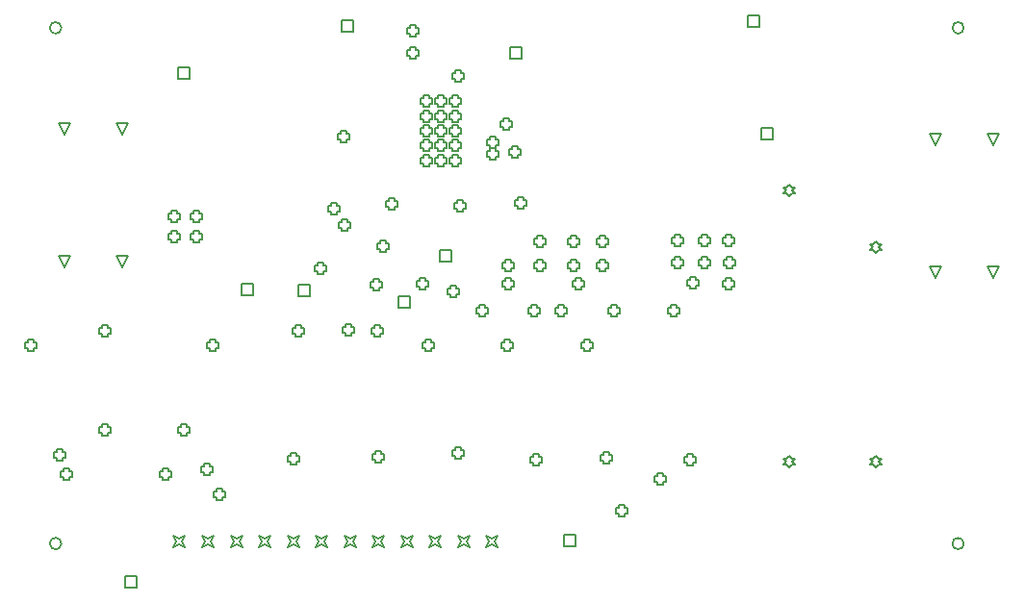
<source format=gbr>
%TF.GenerationSoftware,Altium Limited,Altium Designer,21.0.9 (235)*%
G04 Layer_Color=2752767*
%FSLAX45Y45*%
%MOMM*%
%TF.SameCoordinates,A479D27C-3FE7-47B0-89BC-BDD5A26E56ED*%
%TF.FilePolarity,Positive*%
%TF.FileFunction,Drawing*%
%TF.Part,Single*%
G01*
G75*
%TA.AperFunction,NonConductor*%
%ADD74C,0.12700*%
%ADD75C,0.16933*%
D74*
X5899200Y909200D02*
Y1010800D01*
X6000800D01*
Y909200D01*
X5899200D01*
X9680000Y4439184D02*
X9629200Y4540784D01*
X9730800D01*
X9680000Y4439184D01*
X9172000D02*
X9121200Y4540784D01*
X9222800D01*
X9172000Y4439184D01*
X2018001Y4529200D02*
X1967201Y4630800D01*
X2068801D01*
X2018001Y4529200D01*
X1510001D02*
X1459201Y4630800D01*
X1560801D01*
X1510001Y4529200D01*
X2018001Y3359200D02*
X1967201Y3460800D01*
X2068801D01*
X2018001Y3359200D01*
X1510001D02*
X1459201Y3460800D01*
X1560801D01*
X1510001Y3359200D01*
X9680000Y3269184D02*
X9629200Y3370784D01*
X9730800D01*
X9680000Y3269184D01*
X9172000D02*
X9121200Y3370784D01*
X9222800D01*
X9172000Y3269184D01*
X8642000Y1599200D02*
X8667400Y1624600D01*
X8692800D01*
X8667400Y1650000D01*
X8692800Y1675400D01*
X8667400D01*
X8642000Y1700800D01*
X8616600Y1675400D01*
X8591200D01*
X8616600Y1650000D01*
X8591200Y1624600D01*
X8616600D01*
X8642000Y1599200D01*
Y3489200D02*
X8667400Y3514600D01*
X8692800D01*
X8667400Y3540000D01*
X8692800Y3565400D01*
X8667400D01*
X8642000Y3590800D01*
X8616600Y3565400D01*
X8591200D01*
X8616600Y3540000D01*
X8591200Y3514600D01*
X8616600D01*
X8642000Y3489200D01*
X7880000Y3989200D02*
X7905400Y4014600D01*
X7930800D01*
X7905400Y4040000D01*
X7930800Y4065400D01*
X7905400D01*
X7880000Y4090800D01*
X7854600Y4065400D01*
X7829200D01*
X7854600Y4040000D01*
X7829200Y4014600D01*
X7854600D01*
X7880000Y3989200D01*
Y1599200D02*
X7905400Y1624600D01*
X7930800D01*
X7905400Y1650000D01*
X7930800Y1675400D01*
X7905400D01*
X7880000Y1700800D01*
X7854600Y1675400D01*
X7829200D01*
X7854600Y1650000D01*
X7829200Y1624600D01*
X7854600D01*
X7880000Y1599200D01*
X7639200Y4489200D02*
Y4590800D01*
X7740800D01*
Y4489200D01*
X7639200D01*
X2509200Y5019200D02*
Y5120800D01*
X2610800D01*
Y5019200D01*
X2509200D01*
X3069200Y3119200D02*
Y3220800D01*
X3170800D01*
Y3119200D01*
X3069200D01*
X4449200Y3009200D02*
Y3110800D01*
X4550800D01*
Y3009200D01*
X4449200D01*
X3569200Y3109200D02*
Y3210800D01*
X3670800D01*
Y3109200D01*
X3569200D01*
X7519200Y5479200D02*
Y5580800D01*
X7620800D01*
Y5479200D01*
X7519200D01*
X4969200Y899200D02*
X4994600Y950000D01*
X4969200Y1000800D01*
X5020000Y975400D01*
X5070800Y1000800D01*
X5045400Y950000D01*
X5070800Y899200D01*
X5020000Y924600D01*
X4969200Y899200D01*
X2039200Y539200D02*
Y640800D01*
X2140800D01*
Y539200D01*
X2039200D01*
X5219200Y899200D02*
X5244600Y950000D01*
X5219200Y1000800D01*
X5270000Y975400D01*
X5320800Y1000800D01*
X5295400Y950000D01*
X5320800Y899200D01*
X5270000Y924600D01*
X5219200Y899200D01*
X4719200D02*
X4744600Y950000D01*
X4719200Y1000800D01*
X4770000Y975400D01*
X4820800Y1000800D01*
X4795400Y950000D01*
X4820800Y899200D01*
X4770000Y924600D01*
X4719200Y899200D01*
X4469200D02*
X4494600Y950000D01*
X4469200Y1000800D01*
X4520000Y975400D01*
X4570800Y1000800D01*
X4545400Y950000D01*
X4570800Y899200D01*
X4520000Y924600D01*
X4469200Y899200D01*
X4219200D02*
X4244600Y950000D01*
X4219200Y1000800D01*
X4270000Y975400D01*
X4320800Y1000800D01*
X4295400Y950000D01*
X4320800Y899200D01*
X4270000Y924600D01*
X4219200Y899200D01*
X3969200D02*
X3994600Y950000D01*
X3969200Y1000800D01*
X4020000Y975400D01*
X4070800Y1000800D01*
X4045400Y950000D01*
X4070800Y899200D01*
X4020000Y924600D01*
X3969200Y899200D01*
X3719200D02*
X3744600Y950000D01*
X3719200Y1000800D01*
X3770000Y975400D01*
X3820800Y1000800D01*
X3795400Y950000D01*
X3820800Y899200D01*
X3770000Y924600D01*
X3719200Y899200D01*
X3469200D02*
X3494600Y950000D01*
X3469200Y1000800D01*
X3520000Y975400D01*
X3570800Y1000800D01*
X3545400Y950000D01*
X3570800Y899200D01*
X3520000Y924600D01*
X3469200Y899200D01*
X3219200D02*
X3244600Y950000D01*
X3219200Y1000800D01*
X3270000Y975400D01*
X3320800Y1000800D01*
X3295400Y950000D01*
X3320800Y899200D01*
X3270000Y924600D01*
X3219200Y899200D01*
X2969200D02*
X2994600Y950000D01*
X2969200Y1000800D01*
X3020000Y975400D01*
X3070800Y1000800D01*
X3045400Y950000D01*
X3070800Y899200D01*
X3020000Y924600D01*
X2969200Y899200D01*
X2719200D02*
X2744600Y950000D01*
X2719200Y1000800D01*
X2770000Y975400D01*
X2820800Y1000800D01*
X2795400Y950000D01*
X2820800Y899200D01*
X2770000Y924600D01*
X2719200Y899200D01*
X2469200D02*
X2494600Y950000D01*
X2469200Y1000800D01*
X2520000Y975400D01*
X2570800Y1000800D01*
X2545400Y950000D01*
X2570800Y899200D01*
X2520000Y924600D01*
X2469200Y899200D01*
X5429200Y5199200D02*
Y5300800D01*
X5530800D01*
Y5199200D01*
X5429200D01*
X3949200Y5439200D02*
Y5540800D01*
X4050800D01*
Y5439200D01*
X3949200D01*
X4809200Y3409200D02*
Y3510800D01*
X4910800D01*
Y3409200D01*
X4809200D01*
X4664601Y4277100D02*
Y4251700D01*
X4715401D01*
Y4277100D01*
X4740801D01*
Y4327900D01*
X4715401D01*
Y4353300D01*
X4664601D01*
Y4327900D01*
X4639201D01*
Y4277100D01*
X4664601D01*
Y4797100D02*
Y4771700D01*
X4715401D01*
Y4797100D01*
X4740801D01*
Y4847900D01*
X4715401D01*
Y4873300D01*
X4664601D01*
Y4847900D01*
X4639201D01*
Y4797100D01*
X4664601D01*
Y4537100D02*
Y4511700D01*
X4715401D01*
Y4537100D01*
X4740801D01*
Y4587900D01*
X4715401D01*
Y4613300D01*
X4664601D01*
Y4587900D01*
X4639201D01*
Y4537100D01*
X4664601D01*
Y4667100D02*
Y4641700D01*
X4715401D01*
Y4667100D01*
X4740801D01*
Y4717900D01*
X4715401D01*
Y4743300D01*
X4664601D01*
Y4717900D01*
X4639201D01*
Y4667100D01*
X4664601D01*
X4794601Y4407100D02*
Y4381700D01*
X4845401D01*
Y4407100D01*
X4870801D01*
Y4457900D01*
X4845401D01*
Y4483300D01*
X4794601D01*
Y4457900D01*
X4769201D01*
Y4407100D01*
X4794601D01*
Y4277100D02*
Y4251700D01*
X4845401D01*
Y4277100D01*
X4870801D01*
Y4327900D01*
X4845401D01*
Y4353300D01*
X4794601D01*
Y4327900D01*
X4769201D01*
Y4277100D01*
X4794601D01*
X4924601Y4407100D02*
Y4381700D01*
X4975401D01*
Y4407100D01*
X5000801D01*
Y4457900D01*
X4975401D01*
Y4483300D01*
X4924601D01*
Y4457900D01*
X4899201D01*
Y4407100D01*
X4924601D01*
X4664601D02*
Y4381700D01*
X4715401D01*
Y4407100D01*
X4740801D01*
Y4457900D01*
X4715401D01*
Y4483300D01*
X4664601D01*
Y4457900D01*
X4639201D01*
Y4407100D01*
X4664601D01*
X4924601Y4277100D02*
Y4251700D01*
X4975401D01*
Y4277100D01*
X5000801D01*
Y4327900D01*
X4975401D01*
Y4353300D01*
X4924601D01*
Y4327900D01*
X4899201D01*
Y4277100D01*
X4924601D01*
X4794601Y4537100D02*
Y4511700D01*
X4845401D01*
Y4537100D01*
X4870801D01*
Y4587900D01*
X4845401D01*
Y4613300D01*
X4794601D01*
Y4587900D01*
X4769201D01*
Y4537100D01*
X4794601D01*
Y4667100D02*
Y4641700D01*
X4845401D01*
Y4667100D01*
X4870801D01*
Y4717900D01*
X4845401D01*
Y4743300D01*
X4794601D01*
Y4717900D01*
X4769201D01*
Y4667100D01*
X4794601D01*
Y4797100D02*
Y4771700D01*
X4845401D01*
Y4797100D01*
X4870801D01*
Y4847900D01*
X4845401D01*
Y4873300D01*
X4794601D01*
Y4847900D01*
X4769201D01*
Y4797100D01*
X4794601D01*
X4924601Y4667100D02*
Y4641700D01*
X4975401D01*
Y4667100D01*
X5000801D01*
Y4717900D01*
X4975401D01*
Y4743300D01*
X4924601D01*
Y4717900D01*
X4899201D01*
Y4667100D01*
X4924601D01*
Y4797100D02*
Y4771700D01*
X4975401D01*
Y4797100D01*
X5000801D01*
Y4847900D01*
X4975401D01*
Y4873300D01*
X4924601D01*
Y4847900D01*
X4899201D01*
Y4797100D01*
X4924601D01*
Y4537100D02*
Y4511700D01*
X4975401D01*
Y4537100D01*
X5000801D01*
Y4587900D01*
X4975401D01*
Y4613300D01*
X4924601D01*
Y4587900D01*
X4899201D01*
Y4537100D01*
X4924601D01*
X6214600Y3564600D02*
Y3539200D01*
X6265400D01*
Y3564600D01*
X6290800D01*
Y3615400D01*
X6265400D01*
Y3640800D01*
X6214600D01*
Y3615400D01*
X6189200D01*
Y3564600D01*
X6214600D01*
X6874600Y3374600D02*
Y3349200D01*
X6925400D01*
Y3374600D01*
X6950800D01*
Y3425400D01*
X6925400D01*
Y3450800D01*
X6874600D01*
Y3425400D01*
X6849200D01*
Y3374600D01*
X6874600D01*
Y3574600D02*
Y3549200D01*
X6925400D01*
Y3574600D01*
X6950800D01*
Y3625400D01*
X6925400D01*
Y3650800D01*
X6874600D01*
Y3625400D01*
X6849200D01*
Y3574600D01*
X6874600D01*
X5964600Y3564600D02*
Y3539200D01*
X6015400D01*
Y3564600D01*
X6040800D01*
Y3615400D01*
X6015400D01*
Y3640800D01*
X5964600D01*
Y3615400D01*
X5939200D01*
Y3564600D01*
X5964600D01*
X6214600Y3354600D02*
Y3329200D01*
X6265400D01*
Y3354600D01*
X6290800D01*
Y3405400D01*
X6265400D01*
Y3430800D01*
X6214600D01*
Y3405400D01*
X6189200D01*
Y3354600D01*
X6214600D01*
X4964600Y3874600D02*
Y3849200D01*
X5015400D01*
Y3874600D01*
X5040800D01*
Y3925400D01*
X5015400D01*
Y3950800D01*
X4964600D01*
Y3925400D01*
X4939200D01*
Y3874600D01*
X4964600D01*
X1500072Y1514600D02*
Y1489200D01*
X1550872D01*
Y1514600D01*
X1576272D01*
Y1565400D01*
X1550872D01*
Y1590800D01*
X1500072D01*
Y1565400D01*
X1474672D01*
Y1514600D01*
X1500072D01*
X3984600Y2784600D02*
Y2759200D01*
X4035400D01*
Y2784600D01*
X4060800D01*
Y2835400D01*
X4035400D01*
Y2860800D01*
X3984600D01*
Y2835400D01*
X3959200D01*
Y2784600D01*
X3984600D01*
X5494600Y3904600D02*
Y3879200D01*
X5545400D01*
Y3904600D01*
X5570800D01*
Y3955400D01*
X5545400D01*
Y3980800D01*
X5494600D01*
Y3955400D01*
X5469200D01*
Y3904600D01*
X5494600D01*
X7114600Y3574600D02*
Y3549200D01*
X7165400D01*
Y3574600D01*
X7190800D01*
Y3625400D01*
X7165400D01*
Y3650800D01*
X7114600D01*
Y3625400D01*
X7089200D01*
Y3574600D01*
X7114600D01*
X6844840Y2954600D02*
Y2929200D01*
X6895640D01*
Y2954600D01*
X6921040D01*
Y3005400D01*
X6895640D01*
Y3030800D01*
X6844840D01*
Y3005400D01*
X6819440D01*
Y2954600D01*
X6844840D01*
X6314360D02*
Y2929200D01*
X6365160D01*
Y2954600D01*
X6390560D01*
Y3005400D01*
X6365160D01*
Y3030800D01*
X6314360D01*
Y3005400D01*
X6288960D01*
Y2954600D01*
X6314360D01*
X5854841D02*
Y2929200D01*
X5905641D01*
Y2954600D01*
X5931041D01*
Y3005400D01*
X5905641D01*
Y3030800D01*
X5854841D01*
Y3005400D01*
X5829441D01*
Y2954600D01*
X5854841D01*
X5614360D02*
Y2929200D01*
X5665160D01*
Y2954600D01*
X5690560D01*
Y3005400D01*
X5665160D01*
Y3030800D01*
X5614360D01*
Y3005400D01*
X5588960D01*
Y2954600D01*
X5614360D01*
X5154841D02*
Y2929200D01*
X5205641D01*
Y2954600D01*
X5231041D01*
Y3005400D01*
X5205641D01*
Y3030800D01*
X5154841D01*
Y3005400D01*
X5129441D01*
Y2954600D01*
X5154841D01*
X4904600Y3124600D02*
Y3099200D01*
X4955400D01*
Y3124600D01*
X4980800D01*
Y3175400D01*
X4955400D01*
Y3200800D01*
X4904600D01*
Y3175400D01*
X4879200D01*
Y3124600D01*
X4904600D01*
X5254600Y4434600D02*
Y4409200D01*
X5305400D01*
Y4434600D01*
X5330800D01*
Y4485400D01*
X5305400D01*
Y4510800D01*
X5254600D01*
Y4485400D01*
X5229200D01*
Y4434600D01*
X5254600D01*
X7334600Y3374600D02*
Y3349200D01*
X7385400D01*
Y3374600D01*
X7410800D01*
Y3425400D01*
X7385400D01*
Y3450800D01*
X7334600D01*
Y3425400D01*
X7309200D01*
Y3374600D01*
X7334600D01*
X5254600Y4334600D02*
Y4309200D01*
X5305400D01*
Y4334600D01*
X5330800D01*
Y4385400D01*
X5305400D01*
Y4410800D01*
X5254600D01*
Y4385400D01*
X5229200D01*
Y4334600D01*
X5254600D01*
X7114600Y3374600D02*
Y3349200D01*
X7165400D01*
Y3374600D01*
X7190800D01*
Y3425400D01*
X7165400D01*
Y3450800D01*
X7114600D01*
Y3425400D01*
X7089200D01*
Y3374600D01*
X7114600D01*
X7324600Y3574600D02*
Y3549200D01*
X7375400D01*
Y3574600D01*
X7400800D01*
Y3625400D01*
X7375400D01*
Y3650800D01*
X7324600D01*
Y3625400D01*
X7299200D01*
Y3574600D01*
X7324600D01*
X5444600Y4354600D02*
Y4329200D01*
X5495400D01*
Y4354600D01*
X5520800D01*
Y4405400D01*
X5495400D01*
Y4430800D01*
X5444600D01*
Y4405400D01*
X5419200D01*
Y4354600D01*
X5444600D01*
X7014600Y3204600D02*
Y3179200D01*
X7065400D01*
Y3204600D01*
X7090800D01*
Y3255400D01*
X7065400D01*
Y3280800D01*
X7014600D01*
Y3255400D01*
X6989200D01*
Y3204600D01*
X7014600D01*
X7324600Y3194600D02*
Y3169200D01*
X7375400D01*
Y3194600D01*
X7400800D01*
Y3245400D01*
X7375400D01*
Y3270800D01*
X7324600D01*
Y3245400D01*
X7299200D01*
Y3194600D01*
X7324600D01*
X4552100Y5224600D02*
Y5199200D01*
X4602900D01*
Y5224600D01*
X4628300D01*
Y5275400D01*
X4602900D01*
Y5300800D01*
X4552100D01*
Y5275400D01*
X4526700D01*
Y5224600D01*
X4552100D01*
X6251548Y1661548D02*
Y1636148D01*
X6302348D01*
Y1661548D01*
X6327748D01*
Y1712348D01*
X6302348D01*
Y1737748D01*
X6251548D01*
Y1712348D01*
X6226148D01*
Y1661548D01*
X6251548D01*
X6984027Y1646758D02*
Y1621358D01*
X7034827D01*
Y1646758D01*
X7060227D01*
Y1697558D01*
X7034827D01*
Y1722958D01*
X6984027D01*
Y1697558D01*
X6958627D01*
Y1646758D01*
X6984027D01*
X3944600Y3704600D02*
Y3679200D01*
X3995400D01*
Y3704600D01*
X4020800D01*
Y3755400D01*
X3995400D01*
Y3780800D01*
X3944600D01*
Y3755400D01*
X3919200D01*
Y3704600D01*
X3944600D01*
X3934600Y4484600D02*
Y4459200D01*
X3985400D01*
Y4484600D01*
X4010800D01*
Y4535400D01*
X3985400D01*
Y4560800D01*
X3934600D01*
Y4535400D01*
X3909200D01*
Y4484600D01*
X3934600D01*
X2533599Y1903501D02*
Y1878101D01*
X2584399D01*
Y1903501D01*
X2609799D01*
Y1954301D01*
X2584399D01*
Y1979701D01*
X2533599D01*
Y1954301D01*
X2508199D01*
Y1903501D01*
X2533599D01*
X4244600Y1664600D02*
Y1639200D01*
X4295400D01*
Y1664600D01*
X4320800D01*
Y1715400D01*
X4295400D01*
Y1740800D01*
X4244600D01*
Y1715400D01*
X4219200D01*
Y1664600D01*
X4244600D01*
X3494600Y1654600D02*
Y1629200D01*
X3545400D01*
Y1654600D01*
X3570800D01*
Y1705400D01*
X3545400D01*
Y1730800D01*
X3494600D01*
Y1705400D01*
X3469200D01*
Y1654600D01*
X3494600D01*
X2444600Y3604600D02*
Y3579200D01*
X2495400D01*
Y3604600D01*
X2520800D01*
Y3655400D01*
X2495400D01*
Y3680800D01*
X2444600D01*
Y3655400D01*
X2419200D01*
Y3604600D01*
X2444600D01*
X2644600D02*
Y3579200D01*
X2695400D01*
Y3604600D01*
X2720800D01*
Y3655400D01*
X2695400D01*
Y3680800D01*
X2644600D01*
Y3655400D01*
X2619200D01*
Y3604600D01*
X2644600D01*
Y3784600D02*
Y3759200D01*
X2695400D01*
Y3784600D01*
X2720800D01*
Y3835400D01*
X2695400D01*
Y3860800D01*
X2644600D01*
Y3835400D01*
X2619200D01*
Y3784600D01*
X2644600D01*
X2444600D02*
Y3759200D01*
X2495400D01*
Y3784600D01*
X2520800D01*
Y3835400D01*
X2495400D01*
Y3860800D01*
X2444600D01*
Y3835400D01*
X2419200D01*
Y3784600D01*
X2444600D01*
X6384600Y1194600D02*
Y1169200D01*
X6435400D01*
Y1194600D01*
X6460800D01*
Y1245400D01*
X6435400D01*
Y1270800D01*
X6384600D01*
Y1245400D01*
X6359200D01*
Y1194600D01*
X6384600D01*
X4552100Y5414600D02*
Y5389200D01*
X4602900D01*
Y5414600D01*
X4628300D01*
Y5465400D01*
X4602900D01*
Y5490800D01*
X4552100D01*
Y5465400D01*
X4526700D01*
Y5414600D01*
X4552100D01*
X4948024Y5024600D02*
Y4999200D01*
X4998824D01*
Y5024600D01*
X5024224D01*
Y5075400D01*
X4998824D01*
Y5100800D01*
X4948024D01*
Y5075400D01*
X4922624D01*
Y5024600D01*
X4948024D01*
X5371996Y4600628D02*
Y4575228D01*
X5422796D01*
Y4600628D01*
X5448196D01*
Y4651428D01*
X5422796D01*
Y4676828D01*
X5371996D01*
Y4651428D01*
X5346596D01*
Y4600628D01*
X5371996D01*
X4224600Y3184600D02*
Y3159200D01*
X4275400D01*
Y3184600D01*
X4300800D01*
Y3235400D01*
X4275400D01*
Y3260800D01*
X4224600D01*
Y3235400D01*
X4199200D01*
Y3184600D01*
X4224600D01*
X1834600Y2780699D02*
Y2755299D01*
X1885400D01*
Y2780699D01*
X1910800D01*
Y2831499D01*
X1885400D01*
Y2856899D01*
X1834600D01*
Y2831499D01*
X1809200D01*
Y2780699D01*
X1834600D01*
X4944600Y1704600D02*
Y1679200D01*
X4995400D01*
Y1704600D01*
X5020800D01*
Y1755400D01*
X4995400D01*
Y1780800D01*
X4944600D01*
Y1755400D01*
X4919200D01*
Y1704600D01*
X4944600D01*
X2734600Y1554600D02*
Y1529200D01*
X2785400D01*
Y1554600D01*
X2810800D01*
Y1605400D01*
X2785400D01*
Y1630800D01*
X2734600D01*
Y1605400D01*
X2709200D01*
Y1554600D01*
X2734600D01*
X2846915Y1339652D02*
Y1314252D01*
X2897715D01*
Y1339652D01*
X2923115D01*
Y1390452D01*
X2897715D01*
Y1415852D01*
X2846915D01*
Y1390452D01*
X2821515D01*
Y1339652D01*
X2846915D01*
X3538600Y2780699D02*
Y2755299D01*
X3589400D01*
Y2780699D01*
X3614800D01*
Y2831499D01*
X3589400D01*
Y2856899D01*
X3538600D01*
Y2831499D01*
X3513200D01*
Y2780699D01*
X3538600D01*
X1444600Y1684600D02*
Y1659200D01*
X1495400D01*
Y1684600D01*
X1520800D01*
Y1735400D01*
X1495400D01*
Y1760800D01*
X1444600D01*
Y1735400D01*
X1419200D01*
Y1684600D01*
X1444600D01*
X5634600Y1644600D02*
Y1619200D01*
X5685400D01*
Y1644600D01*
X5710800D01*
Y1695400D01*
X5685400D01*
Y1720800D01*
X5634600D01*
Y1695400D01*
X5609200D01*
Y1644600D01*
X5634600D01*
X2374600Y1514600D02*
Y1489200D01*
X2425400D01*
Y1514600D01*
X2450800D01*
Y1565400D01*
X2425400D01*
Y1590800D01*
X2374600D01*
Y1565400D01*
X2349200D01*
Y1514600D01*
X2374600D01*
X4634600Y3194600D02*
Y3169200D01*
X4685400D01*
Y3194600D01*
X4710800D01*
Y3245400D01*
X4685400D01*
Y3270800D01*
X4634600D01*
Y3245400D01*
X4609200D01*
Y3194600D01*
X4634600D01*
X4363502Y3892100D02*
Y3866700D01*
X4414302D01*
Y3892100D01*
X4439702D01*
Y3942900D01*
X4414302D01*
Y3968300D01*
X4363502D01*
Y3942900D01*
X4338102D01*
Y3892100D01*
X4363502D01*
X5381599Y2649600D02*
Y2624200D01*
X5432399D01*
Y2649600D01*
X5457799D01*
Y2700400D01*
X5432399D01*
Y2725800D01*
X5381599D01*
Y2700400D01*
X5356199D01*
Y2649600D01*
X5381599D01*
X4682599D02*
Y2624200D01*
X4733399D01*
Y2649600D01*
X4758799D01*
Y2700400D01*
X4733399D01*
Y2725800D01*
X4682599D01*
Y2700400D01*
X4657199D01*
Y2649600D01*
X4682599D01*
X6082002Y2652870D02*
Y2627470D01*
X6132802D01*
Y2652870D01*
X6158202D01*
Y2703670D01*
X6132802D01*
Y2729070D01*
X6082002D01*
Y2703670D01*
X6056602D01*
Y2652870D01*
X6082002D01*
X4284600Y3524600D02*
Y3499200D01*
X4335400D01*
Y3524600D01*
X4360800D01*
Y3575400D01*
X4335400D01*
Y3600800D01*
X4284600D01*
Y3575400D01*
X4259200D01*
Y3524600D01*
X4284600D01*
X4237600Y2780699D02*
Y2755299D01*
X4288400D01*
Y2780699D01*
X4313800D01*
Y2831499D01*
X4288400D01*
Y2856899D01*
X4237600D01*
Y2831499D01*
X4212200D01*
Y2780699D01*
X4237600D01*
X3734600Y3324600D02*
Y3299200D01*
X3785400D01*
Y3324600D01*
X3810800D01*
Y3375400D01*
X3785400D01*
Y3400800D01*
X3734600D01*
Y3375400D01*
X3709200D01*
Y3324600D01*
X3734600D01*
X1834600Y1903501D02*
Y1878101D01*
X1885400D01*
Y1903501D01*
X1910800D01*
Y1954301D01*
X1885400D01*
Y1979701D01*
X1834600D01*
Y1954301D01*
X1809200D01*
Y1903501D01*
X1834600D01*
X2787599Y2649600D02*
Y2624200D01*
X2838399D01*
Y2649600D01*
X2863799D01*
Y2700400D01*
X2838399D01*
Y2725800D01*
X2787599D01*
Y2700400D01*
X2762199D01*
Y2649600D01*
X2787599D01*
X1187600Y2649600D02*
Y2624200D01*
X1238400D01*
Y2649600D01*
X1263800D01*
Y2700400D01*
X1238400D01*
Y2725800D01*
X1187600D01*
Y2700400D01*
X1162200D01*
Y2649600D01*
X1187600D01*
X3854600Y3854600D02*
Y3829200D01*
X3905400D01*
Y3854600D01*
X3930800D01*
Y3905400D01*
X3905400D01*
Y3930800D01*
X3854600D01*
Y3905400D01*
X3829200D01*
Y3854600D01*
X3854600D01*
X6724600Y1474600D02*
Y1449200D01*
X6775400D01*
Y1474600D01*
X6800800D01*
Y1525400D01*
X6775400D01*
Y1550800D01*
X6724600D01*
Y1525400D01*
X6699200D01*
Y1474600D01*
X6724600D01*
X5384600Y3194600D02*
Y3169200D01*
X5435400D01*
Y3194600D01*
X5460800D01*
Y3245400D01*
X5435400D01*
Y3270800D01*
X5384600D01*
Y3245400D01*
X5359200D01*
Y3194600D01*
X5384600D01*
X6004600D02*
Y3169200D01*
X6055400D01*
Y3194600D01*
X6080800D01*
Y3245400D01*
X6055400D01*
Y3270800D01*
X6004600D01*
Y3245400D01*
X5979200D01*
Y3194600D01*
X6004600D01*
X5964600Y3354600D02*
Y3329200D01*
X6015400D01*
Y3354600D01*
X6040800D01*
Y3405400D01*
X6015400D01*
Y3430800D01*
X5964600D01*
Y3405400D01*
X5939200D01*
Y3354600D01*
X5964600D01*
X5664600Y3564600D02*
Y3539200D01*
X5715400D01*
Y3564600D01*
X5740800D01*
Y3615400D01*
X5715400D01*
Y3640800D01*
X5664600D01*
Y3615400D01*
X5639200D01*
Y3564600D01*
X5664600D01*
Y3354600D02*
Y3329200D01*
X5715400D01*
Y3354600D01*
X5740800D01*
Y3405400D01*
X5715400D01*
Y3430800D01*
X5664600D01*
Y3405400D01*
X5639200D01*
Y3354600D01*
X5664600D01*
X5384600D02*
Y3329200D01*
X5435400D01*
Y3354600D01*
X5460800D01*
Y3405400D01*
X5435400D01*
Y3430800D01*
X5384600D01*
Y3405400D01*
X5359200D01*
Y3354600D01*
X5384600D01*
D75*
X1480800Y5470000D02*
G03*
X1480800Y5470000I-50800J0D01*
G01*
X9420800D02*
G03*
X9420800Y5470000I-50800J0D01*
G01*
X1480800Y930000D02*
G03*
X1480800Y930000I-50800J0D01*
G01*
X9420800D02*
G03*
X9420800Y930000I-50800J0D01*
G01*
%TF.MD5,58624661fb8fed6e4122c8065d954fbf*%
M02*

</source>
